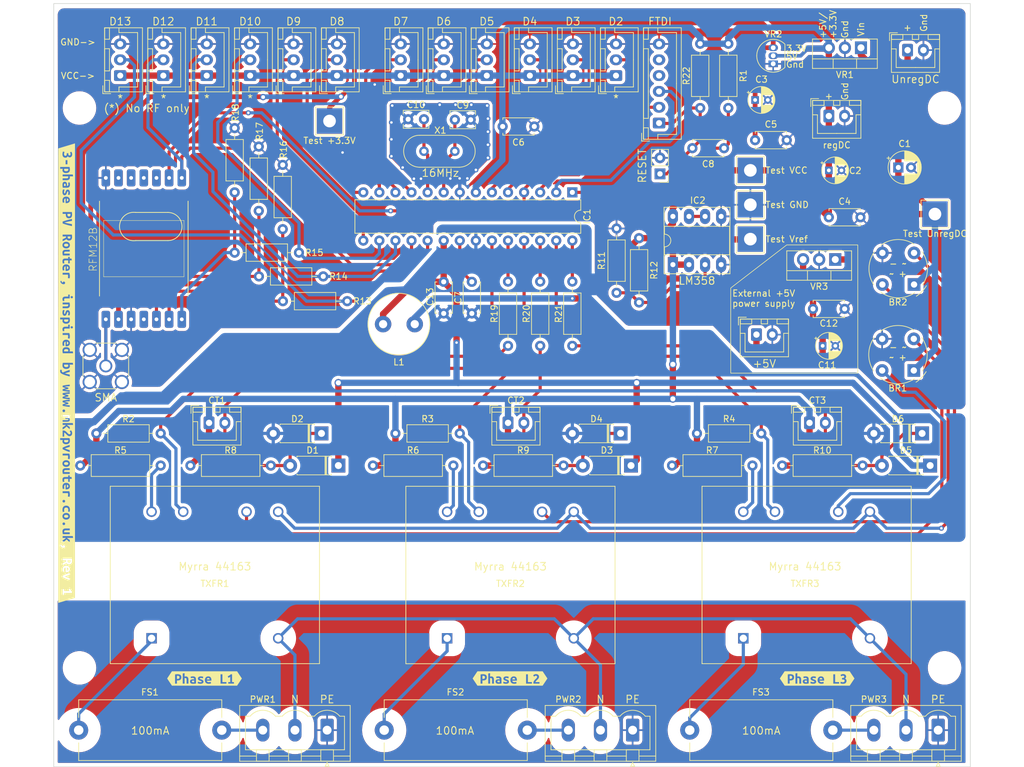
<source format=kicad_pcb>
(kicad_pcb (version 20211014) (generator pcbnew)
  (title_block (title "3 phase PV diverter - Main Board PCB") (date "2022-04-08") (rev "1") (company "Inspired by www.mk2pvrouter.co.uk"))
  (layers (0 "F.Cu" signal) (31 "B.Cu" signal) (34 "B.Paste" user) (35 "F.Paste" user) (36 "B.SilkS" user "B.Silkscreen") (37 "F.SilkS" user "F.Silkscreen") (38 "B.Mask" user) (39 "F.Mask" user) (44 "Edge.Cuts" user))
  (net 0 "")
  (net 1 "UnregDC+")
  (net 2 "Net-(BR1-Pad2)")
  (net 3 "Net-(BR1-Pad4)")
  (net 4 "Net-(BR2-Pad2)")
  (net 5 "Net-(BR2-Pad4)")
  (net 6 "VCC")
  (net 7 "GND")
  (net 8 "Net-(C7-Pad2)")
  (net 9 "Net-(C8-Pad2)")
  (net 10 "Net-(C9-Pad2)")
  (net 11 "Net-(C10-Pad2)")
  (net 12 "Net-(CN9-Pad1)")
  (net 13 "VREF")
  (net 14 "Net-(CT1-Pad2)")
  (net 15 "Net-(CT2-Pad2)")
  (net 16 "Net-(CT3-Pad2)")
  (net 17 "Net-(FS1-Pad1)")
  (net 18 "Net-(FS1-Pad2)")
  (net 19 "Net-(FS2-Pad1)")
  (net 20 "Net-(FS2-Pad2)")
  (net 21 "Net-(FS3-Pad1)")
  (net 22 "Net-(FS3-Pad2)")
  (net 23 "RX")
  (net 24 "TX")
  (net 25 "/D2")
  (net 26 "/D3")
  (net 27 "/D4")
  (net 28 "/D5")
  (net 29 "/D6")
  (net 30 "/D7")
  (net 31 "/D8")
  (net 32 "/D9")
  (net 33 "/D10")
  (net 34 "/D11")
  (net 35 "/D12")
  (net 36 "/D13")
  (net 37 "A0")
  (net 38 "A1")
  (net 39 "A2")
  (net 40 "A3")
  (net 41 "A4")
  (net 42 "A5")
  (net 43 "Net-(IC2-Pad3)")
  (net 45 "Earth")
  (net 46 "Net-(R5-Pad1)")
  (net 47 "Net-(R6-Pad1)")
  (net 48 "Net-(R7-Pad1)")
  (net 49 "Net-(R13-Pad2)")
  (net 50 "Net-(R14-Pad2)")
  (net 51 "Net-(R15-Pad2)")
  (net 58 "Net-(IC2-Pad6)")
  (net 59 "RESET")
  (net 60 "+5V")
  (net 61 "NEUT")
  (net 62 "+3.3V")
  (net 63 "AVCC")
  (footprint "Fuse:Fuseholder_Cylinder-5x20mm_Stelvio-Kontek_PTF78_Horizontal_Open" (layer "F.Cu") (at 115.7 130.0875)
    (fp_text reference "FS3")
    (fp_text value "100mA")
  )
  (footprint "Connector_JST:JST_XH_B6B-XH-A_1x06_P2.50mm_Vertical" (layer "F.Cu") (at 110.854 34.13 90)
    (fp_text reference "J0" hide)
    (fp_text value "FTDI")
  )
  (footprint "Capacitor_THT:C_Disc_D4.7mm_W2.5mm_P5.00mm" (layer "F.Cu") (at 76.835 59.222 -90)
    (fp_text reference "C13")
    (fp_text value "100nF")
  )
  (footprint "TestPoint:TestPoint_THTPad_4.0x4.0mm_Drill2.0mm" (layer "F.Cu") (at 125.2728 47.0408)
    (fp_text reference "TP3" hide)
    (fp_text value "Test GND")
  )
  (footprint "Capacitor_THT:CP_Radial_D4.0mm_P2.00mm" (layer "F.Cu") (at 137.668 41.6052)
    (fp_text reference "C2")
    (fp_text value "10uF")
  )
  (footprint "Resistor_THT:R_Axial_DIN0207_L6.3mm_D2.5mm_P10.16mm_Horizontal" (layer "F.Cu") (at 92.075 69.342 90)
    (fp_text reference "R20")
    (fp_text value "1K")
  )
  (footprint "Connector_JST:JST_XH_B3B-XH-A_1x03_P2.50mm_Vertical" (layer "F.Cu") (at 90.445098 26.63 90)
    (fp_text reference "J4" hide)
    (fp_text value "D4")
  )
  (footprint "RF_Module:RFM12B" (layer "F.Cu") (at 29.464 53.975 -90)
    (fp_text reference "RF1" hide)
    (fp_text value "RFM12B")
  )
  (footprint "Package_DIP:DIP-28_W7.62mm" (layer "F.Cu") (at 97.155 45.085 -90)
    (fp_text reference "IC1")
    (fp_text value "ATmega328-P")
  )
  (footprint "Fuse:Fuseholder_Cylinder-5x20mm_Stelvio-Kontek_PTF78_Horizontal_Open" (layer "F.Cu") (at 19.18 130.0875)
    (fp_text reference "FS1")
    (fp_text value "100mA")
  )
  (footprint "Diode_THT:D_DO-41_SOD81_P7.62mm_Horizontal" (layer "F.Cu") (at 152.4 83.185 180)
    (fp_text reference "D6")
    (fp_text value "1N4007")
  )
  (footprint "MountingHole:MountingHole_4.3mm_M4_DIN965" (layer "F.Cu") (at 155.956 31.75)
    (fp_text reference "REF**" hide)
    (fp_text value "MountingHole_4.3mm_M4_DIN965")
  )
  (footprint "Resistor_THT:R_Axial_DIN0207_L6.3mm_D2.5mm_P10.16mm_Horizontal" (layer "F.Cu") (at 121.793 21.59 -90)
    (fp_text reference "R1")
    (fp_text value "47K")
  )
  (footprint "MountingHole:MountingHole_4.3mm_M4_DIN965" (layer "F.Cu") (at 19.304 120.2436)
    (fp_text reference "REF**" hide)
    (fp_text value "MountingHole_4.3mm_M4_DIN965")
  )
  (footprint "Fuse:Fuseholder_Cylinder-5x20mm_Stelvio-Kontek_PTF78_Horizontal_Open" (layer "F.Cu") (at 67.44 130.0875)
    (fp_text reference "FS2")
    (fp_text value "100mA")
  )
  (footprint "Resistor_THT:R_Axial_DIN0309_L9.0mm_D3.2mm_P12.70mm_Horizontal" (layer "F.Cu") (at 78.359 88.265 180)
    (fp_text reference "R6")
    (fp_text value "1K")
  )
  (footprint "Connector_JST:JST_XH_B3B-XH-A_1x03_P2.50mm_Vertical" (layer "F.Cu") (at 76.839166 26.63 90)
    (fp_text reference "J6" hide)
    (fp_text value "D6")
  )
  (footprint "TestPoint:TestPoint_THTPad_4.0x4.0mm_Drill2.0mm" (layer "F.Cu") (at 154.432 48.514)
    (fp_text reference "TP0" hide)
    (fp_text value "Test UnregDC")
  )
  (footprint "Capacitor_THT:C_Disc_D4.7mm_W2.5mm_P5.00mm" (layer "F.Cu") (at 135.168 63.5)
    (fp_text reference "C12")
    (fp_text value "100nF")
  )
  (footprint "kibuzzard-62501737" (layer "F.Cu") (at 39.0525 121.92)
    (fp_text reference "kibuzzard-62501737" hide)
    (fp_text value "G***" hide)
  )
  (footprint "Diode_THT:Diode_Bridge_Round_D9.0mm" (layer "F.Cu") (at 151.09 73.239 180)
    (fp_text reference "BR1")
    (fp_text value "B40R")
  )
  (footprint "Resistor_THT:R_Axial_DIN0207_L6.3mm_D2.5mm_P10.16mm_Horizontal" (layer "F.Cu") (at 86.995 69.342 90)
    (fp_text reference "R19")
    (fp_text value "1K")
  )
  (footprint "Package_TO_SOT_THT:TO-92_Inline" (layer "F.Cu") (at 128.884 24.765 90)
    (fp_text reference "VR2")
    (fp_text value "MCP1700-3302E_TO92")
  )
  (footprint "Resistor_THT:R_Axial_DIN0309_L9.0mm_D3.2mm_P12.70mm_Horizontal" (layer "F.Cu") (at 125.603 88.265 180)
    (fp_text reference "R7")
    (fp_text value "1K")
  )
  (footprint "Crystal:Crystal_HC49-U_Vertical" (layer "F.Cu") (at 78.5992 38.5826 180)
    (fp_text reference "X1")
    (fp_text value "16MHz")
  )
  (footprint "Resistor_THT:R_Axial_DIN0309_L9.0mm_D3.2mm_P12.70mm_Horizontal" (layer "F.Cu") (at 130.302 88.265)
    (fp_text reference "R10")
    (fp_text value "150")
  )
  (footprint "MountingHole:MountingHole_4.3mm_M4_DIN965" (layer "F.Cu") (at 155.956 120.2436)
    (fp_text reference "REF**" hide)
    (fp_text value "MountingHole_4.3mm_M4_DIN965")
  )
  (footprint "MountingHole:MountingHole_4.3mm_M4_DIN965" (layer "F.Cu") (at 19.304 31.75)
    (fp_text reference "REF**" hide)
    (fp_text value "MountingHole_4.3mm_M4_DIN965")
  )
  (footprint "Connector_JST:JST_XH_B2B-XH-A_1x02_P2.50mm_Vertical" (layer "F.Cu") (at 86.995 81.517)
    (fp_text reference "CT2")
    (fp_text value "Conn_01x02")
  )
  (footprint "Resistor_THT:R_Axial_DIN0207_L6.3mm_D2.5mm_P10.16mm_Horizontal" (layer "F.Cu") (at 127 83.185 180)
    (fp_text reference "R4")
    (fp_text value "180")
  )
  (footprint "Transformer_THT:Transformer_Myrra_44163" (layer "F.Cu") (at 124.162925 115.5624 90)
    (fp_text reference "TXFR3")
    (fp_text value "Myrra 44163")
  )
  (footprint "Connector_JST:JST_XH_B3B-XH-A_1x03_P2.50mm_Vertical" (layer "F.Cu") (at 39.4038 26.63 90)
    (fp_text reference "J11" hide)
    (fp_text value "D11")
  )
  (footprint "Resistor_THT:R_Axial_DIN0309_L9.0mm_D3.2mm_P12.70mm_Horizontal" (layer "F.Cu") (at 32.131 88.265 180)
    (fp_text reference "R5")
    (fp_text value "1K")
  )
  (footprint "Package_TO_SOT_THT:TO-220-3_Vertical" (layer "F.Cu") (at 142.748 22.225 180)
    (fp_text reference "VR1")
    (fp_text value "L7805")
  )
  (footprint "Capacitor_THT:C_Disc_D4.7mm_W2.5mm_P5.00mm" (layer "F.Cu") (at 91.146 34.671 180)
    (fp_text reference "C6")
    (fp_text value "100nF")
  )
  (footprint "Transformer_THT:Transformer_Myrra_44163" (layer "F.Cu") (at 77.376125 115.57 90)
    (fp_text reference "TXFR2")
    (fp_text value "Myrra 44163")
  )
  (footprint "Connector_JST:JST_XH_B3B-XH-A_1x03_P2.50mm_Vertical" (layer "F.Cu") (at 70.0362 26.63 90)
    (fp_text reference "J7" hide)
    (fp_text value "D7")
  )
  (footprint "Diode_THT:D_DO-41_SOD81_P7.62mm_Horizontal" (layer "F.Cu") (at 57.531 83.185 180)
    (fp_text reference "D2")
    (fp_text value "1N4007")
  )
  (footprint "Connector_JST:JST_XH_B3B-XH-A_1x03_P2.50mm_Vertical" (layer "F.Cu") (at 46.2618 26.63 90)
    (fp_text reference "J10" hide)
    (fp_text value "D10")
  )
  (footprint "TestPoint:TestPoint_THTPad_4.0x4.0mm_Drill2.0mm" (layer "F.Cu") (at 58.801 33.8074)
    (fp_text reference "TP4" hide)
    (fp_text value "Test +3.3V")
  )
  (footprint "Connector_Phoenix_MSTB:PhoenixContact_MSTBVA_2,5_3-G-5,08_1x03_P5.08mm_Vertical" (layer "F.Cu") (at 58.42 130.0875 180)
    (fp_text reference "PWR1")
    (fp_text value "Conn_01x03_Phase")
  )
  (footprint "kibuzzard-625018BF" (layer "F.Cu") (at 135.8265 121.92)
    (fp_text reference "kibuzzard-625018BF" hide)
    (fp_text value "G***" hide)
  )
  (footprint "Connector_JST:JST_XH_B3B-XH-A_1x03_P2.50mm_Vertical" (layer "F.Cu") (at 25.7386 26.63 90)
    (fp_text reference "J13" hide)
    (fp_text value "D13")
  )
  (footprint "Resistor_THT:R_Axial_DIN0207_L6.3mm_D2.5mm_P10.16mm_Horizontal" (layer "F.Cu") (at 47.625 37.846 -90)
    (fp_text reference "R17")
    (fp_text value "10K")
  )
  (footprint "Diode_THT:D_DO-41_SOD81_P7.62mm_Horizontal" (layer "F.Cu") (at 104.775 83.185 180)
    (fp_text reference "D4")
    (fp_text value "1N4007")
  )
  (footprint "Capacitor_THT:C_Disc_D4.7mm_W2.5mm_P5.00mm" (layer "F.Cu") (at 81.28 64.222 90)
    (fp_text reference "C7")
    (fp_text value "100nF")
  )
  (footprint "Resistor_THT:R_Axial_DIN0309_L9.0mm_D3.2mm_P12.70mm_Horizontal" (layer "F.Cu") (at 36.83 88.265)
    (fp_text reference "R8")
    (fp_text value "150")
  )
  (footprint "Connector_JST:JST_XH_B3B-XH-A_1x03_P2.50mm_Vertical" (layer "F.Cu") (at 53.1198 26.63 90)
    (fp_text reference "J9" hide)
    (fp_text value "D9")
  )
  (footprint "kibuzzard-625015BB" (layer "F.Cu") (at 17.272 73.66 -90)
    (fp_text reference "kibuzzard-625015BB" hide)
    (fp_text value "G***" hide)
  )
  (footprint "Connector_JST:JST_XH_B2B-XH-A_1x02_P2.50mm_Vertical" (layer "F.Cu") (at 126.238 67.564)
    (fp_text reference "J14" hide)
    (fp_text value "+5V")
  )
  (footprint "Capacitor_THT:CP_Radial_D4.0mm_P2.00mm" (layer "F.Cu") (at 136.695401 69.342)
    (fp_text reference "C11")
    (fp_text value "10uF")
  )
  (footprint "kibuzzard-625018AA" (layer "F.Cu") (at 87.3125 121.92)
    (fp_text reference "kibuzzard-625018AA" hide)
    (fp_text value "G***" hide)
  )
  (footprint "Connector_PinHeader_2.54mm:PinHeader_1x02_P2.54mm_Vertical_D0.85mm" (layer "F.Cu") (at 110.998 42.164 180)
    (fp_text reference "J1" hide)
    (fp_text value "RESET")
  )
  (footprint "Resistor_THT:R_Axial_DIN0207_L6.3mm_D2.5mm_P10.16mm_Horizontal" (layer "F.Cu") (at 43.815 34.925 -90)
    (fp_text reference "R18")
    (fp_text value "10K")
  )
  (footprint "Resistor_THT:R_Axial_DIN0207_L6.3mm_D2.5mm_P10.16mm_Horizontal" (layer "F.Cu") (at 51.4096 40.7416 -90)
    (fp_text reference "R16")
    (fp_text value "10K")
  )
  (footprint "Package_TO_SOT_THT:TO-220-3_Vertical" (layer "F.Cu") (at 138.684 55.697 180)
    (fp_text reference "VR3")
    (fp_text value "L7805")
  )
  (footprint "Connector_Phoenix_MSTB:PhoenixContact_MSTBVA_2,5_3-G-5,08_1x03_P5.08mm_Vertical" (layer "F.Cu") (at 106.68 130.0875 180)
    (fp_text reference "PWR2")
    (fp_text value "Conn_01x03_Phase")
  )
  (footprint "Capacitor_THT:C_Disc_D3.8mm_W2.6mm_P2.50mm" (layer "F.Cu") (at 71.2192 33.528)
    (fp_text reference "C10")
    (fp_text value "22pF")
  )
  (footprint "TestPoint:TestPoint_THTPad_4.0x4.0mm_Drill2.0mm" (layer "F.Cu") (at 125.2728 52.4764)
    (fp_text reference "TP1" hide)
    (fp_text value "Test Vref")
  )
  (footprint "Connector_Phoenix_MSTB:PhoenixContact_MSTBVA_2,5_3-G-5,08_1x03_P5.08mm_Vertical" (layer "F.Cu") (at 154.94 130.0875 180)
    (fp_text reference "PWR3")
    (fp_text value "Conn_01x03_Phase")
  )
  (footprint "TestPoint:TestPoint_THTPad_4.0x4.0mm_Drill2.0mm" (layer "F.Cu") (at 125.2728 41.6052)
    (fp_text reference "TP2" hide)
    (fp_text value "Test VCC")
  )
  (footprint "Resistor_THT:R_Axial_DIN0309_L9.0mm_D3.2mm_P12.70mm_Horizontal" (layer "F.Cu") (at 83.058 88.265)
    (fp_text reference "R9")
    (fp_text value "150")
  )
  (footprint "Connector_JST:JST_XH_B3B-XH-A_1x03_P2.50mm_Vertical" (layer "F.Cu") (at 104.05103 26.63 90)
    (fp_text reference "J2" hide)
    (fp_text value "D2")
  )
  (footprint "Resistor_THT:R_Axial_DIN0207_L6.3mm_D2.5mm_P10.16mm_Horizontal" (layer "F.Cu") (at 117.348 21.59 -90)
    (fp_text reference "R22")
    (fp_text value "1M")
  )
  (footprint "Diode_THT:D_DO-41_SOD81_P7.62mm_Horizontal" (layer "F.Cu") (at 153.67 88.265 180)
    (fp_text reference "D5")
    (fp_text value "1N4007")
  )
  (footprint "Connector_JST:JST_XH_B2B-XH-A_1x02_P2.50mm_Vertical" (layer "F.Cu") (at 137.668 33.02)
    (fp_text reference "J30" hide)
    (fp_text value "regDC")
  )
  (footprint "Diode_THT:D_DO-41_SOD81_P7.62mm_Horizontal" (layer "F.Cu") (at 60.198 88.265 180)
    (fp_text reference "D1")
    (fp_text value "1N4007")
  )
  (footprint "Package_DIP:DIP-8_W7.62mm_Socket_LongPads" (layer "F.Cu") (at 113.04 56.505 90)
    (fp_text reference "IC2")
    (fp_text value "LM358")
  )
  (footprint "Capacitor_THT:C_Disc_D4.7mm_W2.5mm_P5.00mm" (layer "F.Cu") (at 137.668 49.022)
    (fp_text reference "C4")
    (fp_text value "100nF")
  )
  (footprint "Connector_JST:JST_XH_B2B-XH-A_1x02_P2.50mm_Vertical" (layer "F.Cu") (at 150.109 22.606)
    (fp_text reference "J20" hide)
    (fp_text value "UnregDC")
  )
  (footprint "Connector_JST:JST_XH_B3B-XH-A_1x03_P2.50mm_Vertical" (layer "F.Cu") (at 97.248064 26.63 90)
    (fp_text reference "J3" hide)
    (fp_text value "D3")
  )
  (footprint "Connector_JST:JST_XH_B2B-XH-A_1x02_P2.50mm_Vertical" (layer "F.Cu") (at 134.62 81.517)
    (fp_text reference "CT3")
    (fp_text value "Conn_01x02")
  )
  (footprint "Resistor_THT:R_Axial_DIN0207_L6.3mm_D2.5mm_P10.16mm_Horizontal" (layer "F.Cu") (at 57.8104 58.3692 180)
    (fp_text reference "R14")
    (fp_text value "4,7K")
  )
  (footprint "Resistor_THT:R_Axial_DIN0207_L6.3mm_D2.5mm_P10.16mm_Horizontal" (layer "F.Cu") (at 32.131 83.185 180)
    (fp_text reference "R2")
    (fp_text value "180")
  )
  (footprint "Capacitor_THT:CP_Radial_D5.0mm_P2.00mm" (layer "F.Cu") (at 148.650888 41.148)
    (fp_text reference "C1")
    (fp_text value "100uF")
  )
  (footprint "Transformer_THT:Transformer_Myrra_44163" (layer "F.Cu") (at 30.690925 115.5624 90)
    (fp_text reference "TXFR1")
    (fp_text value "Myrra 44163")
  )
  (footprint "Resistor_THT:R_Axial_DIN0207_L6.3mm_D2.5mm_P10.16mm_Horizontal" (layer "F.Cu") (at 104.14 60.96 90)
    (fp_text reference "R11")
    (fp_text value "10K")
  )
  (footprint "Connector_JST:JST_XH_B3B-XH-A_1x03_P2.50mm_Vertical" (layer "F.Cu") (at 83.642132 26.63 90)
    (fp_text reference "J5" hide)
    (fp_text value "D5")
  )
  (footprint "Connector_JST:JST_XH_B3B-XH-A_1x03_P2.50mm_Vertical" (layer "F.Cu") (at 32.5458 26.63 90)
    (fp_text reference "J12" hide)
    (fp_text value "D12")
  )
  (footprint "Capacitor_THT:C_Disc_D4.7mm_W2.5mm_P5.00mm" (layer "F.Cu") (at 126.024 36.83)
    (fp_text reference "C5")
    (fp_text value "100nF")
  )
  (footprint "Capacitor_THT:CP_Radial_D4.0mm_P2.00mm" (layer "F.Cu") (at 126.027401 30.48)
    (fp_text reference "C3")
    (fp_text value "10uF")
  )
  (footprint "Inductor_THT:L_Radial_D9.5mm_P5.00mm_Fastron_07HVP" (layer "F.Cu") (at 72.263 65.913 180)
    (fp_text reference "L1")
    (fp_text value "10uH")
  )
  (footprint "Resistor_THT:R_Axial_DIN0207_L6.3mm_D2.5mm_P10.16mm_Horizontal" (layer "F.Cu") (at 107.696 52.324 -90)
    (fp_text reference "R12")
    (fp_text value "10K")
  )
  (footprint "Connector_JST:JST_XH_B3B-XH-A_1x03_P2.50mm_Vertical" (layer "F.Cu") (at 59.9778 26.63 90)
    (fp_text reference "J8" hide)
    (fp_text value "D8")
  )
  (footprint "Resistor_THT:R_Axial_DIN0207_L6.3mm_D2.5mm_P10.16mm_Horizontal" (layer "F.Cu") (at 61.595 62.2808 180)
    (fp_text reference "R13")
    (fp_text value "4,7K")
  )
  (footprint "Capacitor_THT:C_Disc_D3.8mm_W2.6mm_P2.50mm" (layer "F.Cu") (at 81.0992 33.6042 180)
    (fp_text reference "C9")
    (fp_text value "22pF")
  )
  (footprint "Connector_JST:JST_XH_B2B-XH-A_1x02_P2.50mm_Vertical" (layer "F.Cu") (at 39.771 81.517)
    (fp_text reference "CT1")
    (fp_text value "Conn_01x02")
  )
  (footprint "Capacitor_THT:C_Disc_D4.7mm_W2.5mm_P5.00mm" (layer "F.Cu") (at 121.118 38.1 180)
    (fp_text reference "C8")
    (fp_text value "100nF")
  )
  (footprint "Diode_THT:Diode_Bridge_Round_D9.0mm" (layer "F.Cu") (at 151.13 59.65 180)
    (fp_text reference "BR2")
    (fp_text value "B40R")
  )
  (footprint "Connector_Coaxial:SMA_Amphenol_132291-12_Vertical" (layer "F.Cu") (at 23.46452 72.517)
    (fp_text reference "CN9" hide)
    (fp_text value "SMA")
  )
  (footprint "Resistor_THT:R_Axial_DIN0207_L6.3mm_D2.5mm_P10.16mm_Horizontal" (layer "F.Cu") (at 79.375 83.185 180)
    (fp_text reference "R3")
    (fp_text value "180")
  )
  (footprint "Resistor_THT:R_Axial_DIN0207_L6.3mm_D2.5mm_P10.16mm_Horizontal" (layer "F.Cu") (at 53.975 54.61 180)
    (fp_text reference "R15")
    (fp_text value "4,7K")
  )
  (footprint "Diode_THT:D_DO-41_SOD81_P7.62mm_Horizontal" (layer "F.Cu") (at 106.426 88.265 180)
    (fp_text reference "D3")
    (fp_text value "1N4007")
  )
  (footprint "Resistor_THT:R_Axial_DIN0207_L6.3mm_D2.5mm_P10.16mm_Horizontal" (layer "F.Cu") (at 97.155 69.342 90)
    (fp_text reference "R21")
    (fp_text value "1K")
  )
  (gr_poly (pts (xy 142.24 73.66) (xy 122.174 73.66) (xy 122.174 60.198) (xy 131.0132 53.3908) (xy 142.24 53.3908)) (layer "F.SilkS") (width 0.1) (fill none))
  (gr_rect (start 15.24 15.24) (end 160.02 135.89) (layer "Edge.Cuts") (width 0.1) (fill none))
  (gr_text "VCC->" (at 19.05 26.655) (layer "F.SilkS") (effects (font (size 1 1))))
  (gr_text "Gnd" (at 140.208 29.1084 90) (layer "F.SilkS") (effects (font (size 1 1))))
  (gr_text "Gnd" (at 132.334 24.869757) (layer "F.SilkS") (effects (font (size 1 1))))
  (gr_text "*" (at 32.579666 30.2768) (layer "F.SilkS") (effects (font (size 1.2 1.2))))
  (gr_text "3.3V" (at 132.548285 22.352) (layer "F.SilkS") (effects (font (size 1 1))))
  (gr_text "(*) No RF only" (at 29.9212 31.8008) (layer "F.SilkS") (effects (font (size 1.2 1.2))))
  (gr_text "Gnd" (at 152.6794 18.288 90) (layer "F.SilkS") (effects (font (size 1 1))))
  (gr_text "Gnd" (at 140.208 19.304 90) (layer "F.SilkS") (effects (font (size 1 1))))
  (gr_text "+" (at 137.668 29.8704) (layer "F.SilkS") (effects (font (size 1 1))))
  (gr_text "*" (at 39.420732 30.2768) (layer "F.SilkS") (effects (font (size 1.2 1.2))))
  (gr_text "GND->" (at 19.05 21.336) (layer "F.SilkS") (effects (font (size 1 1))))
  (gr_text "- ~\n~ +" (at 148.59 57.15) (layer "F.SilkS") (effects (font (size 1 1))))
  (gr_text "- ~\n~ +" (at 148.59 70.358) (layer "F.SilkS") (effects (font (size 1 1))))
  (gr_text "*" (at 104.05103 30.2768) (layer "F.SilkS") (effects (font (size 1.2 1.2))))
  (gr_text "+5V/\n+3.3V" (at 137.541 20.828 90) (layer "F.SilkS") (effects (font (size 1 1)) (justify left)))
  (gr_text "*" (at 46.2618 30.2768) (layer "F.SilkS") (effects (font (size 1.2 1.2))))
  (gr_text "Vin" (at 142.748 19.304 90) (layer "F.SilkS") (effects (font (size 1 1))))
  (gr_text "+" (at 150.0886 19.05) (layer "F.SilkS") (effects (font (size 1 1))))
  (gr_text "5V" (at 131.834 23.622) (layer "F.SilkS") (effects (font (size 1 1))))
  (gr_text "*" (at 25.7386 30.2768) (layer "F.SilkS") (effects (font (size 1.2 1.2))))
  (gr_text "External +5V\npower supply" (at 127.381 61.849) (layer "F.SilkS") (effects (font (size 1 1))))
  (segment (start 150.109 22.606) (end 150.109 27.812776) (width 1) (layer "F.Cu") (net 1))
  (segment (start 148.650888 29.270888) (end 148.650888 41.148) (width 1) (layer "F.Cu") (net 1))
  (segment (start 140.645 55.697) (end 138.684 55.697) (width 1) (layer "F.Cu") (net 1))
  (segment (start 148.650888 41.148) (end 148.650888 42.732888) (width 1) (layer "F.Cu") (net 1))
  (segment (start 147.828 48.514) (end 140.645 55.697) (width 1) (layer "F.Cu") (net 1))
  (segment (start 150.109 27.812776) (end 148.650888 29.270888) (width 1) (layer "F.Cu") (net 1))
  (segment (start 142.748 23.368) (end 148.650888 29.270888) (width 1) (layer "F.Cu") (net 1))
  (segment (start 148.650888 42.732888) (end 154.432 48.514) (width 1) (layer "F.Cu") (net 1))
  (segment (start 142.748 22.225) (end 142.748 23.368) (width 1) (layer "F.Cu") (net 1))
  (segment (start 154.432 48.514) (end 147.828 48.514) (width 1) (layer "F.Cu") (net 1))
  (segment (start 151.424 59.65) (end 154.432 56.642) (width 1) (layer "B.Cu") (net 1))
  (segment (start 154.432 48.514) (end 154.432 56.642) (width 1) (layer "B.Cu") (net 1))
  (segment (start 154.432 56.642) (end 154.432 69.8935) (width 1) (layer "B.Cu") (net 1))
  (segment (start 154.432 69.8935) (end 151.09 73.2355) (width 1) (layer "B.Cu") (net 1))
  (segment (start 152.291827 97.14501) (end 155.519511 93.917326) (width 0.5) (layer "F.Cu") (net 2))
  (segment (start 92.376126 95.569999) (end 93.951137 97.14501) (width 0.5) (layer "F.Cu") (net 2))
  (segment (start 93.951137 97.14501) (end 152.291827 97.14501) (width 0.5) (layer "F.Cu") (net 2))
  (segment (start 155.519511 93.917326) (end 155.519511 72.715511) (width 0.5) (layer "F.Cu") (net 2))
  (segment (start 155.519511 72.715511) (end 151.09 68.286) (width 0.5) (layer "F.Cu") (net 2))
  (segment (start 141.0716 92.71) (end 139.162926 94.618674) (width 0.5) (layer "B.Cu") (net 3))
  (segment (start 149.44 76.669) (end 151.345 76.669) (width 0.5) (layer "B.Cu") (net 3))
  (segment (start 139.162926 94.618674) (end 139.162926 95.562399) (width 0.5) (layer "B.Cu") (net 3))
  (segment (start 155.956 81.28) (end 155.956 90.178022) (width 0.5) (layer "B.Cu") (net 3))
  (segment (start 151.345 76.669) (end 155.956 81.28) (width 0.5) (layer "B.Cu") (net 3))
  (segment (start 149.44 76.589) (end 146.09 73.239) (width 0.5) (layer "B.Cu") (net 3))
  (segment (start 153.424022 92.71) (end 141.0716 92.71) (width 0.5) (layer "B.Cu") (net 3))
  (segment (start 149.44 76.669) (end 149.44 76.589) (width 0.5) (layer "B.Cu") (net 3))
  (segment (start 155.956 90.178022) (end 153.424022 92.71) (width 0.5) (layer "B.Cu") (net 3))
  (segment (start 157.518533 61.038533) (end 151.13 54.65) (width 0.5) (layer "F.Cu") (net 4))
  (segment (start 155.448 98.171) (end 157.518533 96.100467) (width 0.5) (layer "F.Cu") (net 4))
  (segment (start 157.518533 96.100467) (end 157.518533 61.038533) (width 0.5) (layer "F.Cu") (net 4))
  (via (at 155.448 98.171) (size 0.8) (drill 0.4) (layers "F.Cu" "B.Cu") (net 4))
  (segment (start 53.299527 98.171) (end 94.775125 98.171) (width 0.5) (layer "B.Cu") (net 4))
  (segment (start 155.448 98.171) (end 146.771527 98.171) (width 0.5) (layer "B.Cu") (net 4))
  (segment (start 97.376126 95.569999) (end 99.977127 98.171) (width 0.5) (layer "B.Cu") (net 4))
  (segment (start 146.771527 98.171) (end 144.162926 95.562399) (width 0.5) (layer "B.Cu") (net 4))
  (segment (start 99.977127 98.171) (end 141.554325 98.171) (width 0.5) (layer "B.Cu") (net 4))
  (segment (start 94.775125 98.171) (end 97.376126 95.569999) (width 0.5) (layer "B.Cu") (net 4))
  (segment (start 50.698526 95.569999) (end 53.299527 98.171) (width 0.5) (layer "B.Cu") (net 4))
  (segment (start 141.554325 98.171) (end 144.162926 95.562399) (width 0.5) (layer "B.Cu") (net 4))
  (segment (start 45.690926 97.144799) (end 47.606127 99.06) (width 0.5) (layer "F.Cu") (net 5))
  (segment (start 47.606127 99.06) (end 151.790359 99.06) (width 0.5) (layer "F.Cu") (net 5))
  (segment (start 156.519022 70.039022) (end 146.13 59.65) (width 0.5) (layer "F.Cu") (net 5))
  (segment (start 45.690926 95.562399) (end 45.690926 97.144799) (width 0.5) (layer "F.Cu") (net 5))
  (segment (start 151.790359 99.06) (end 156.519022 94.331337) (width 0.5) (layer "F.Cu") (net 5))
  (segment (start 156.519022 94.331337) (end 156.519022 70.039022) (width 0.5) (layer "F.Cu") (net 5))
  (segment (start 130.2512 41.6052) (end 137.668 49.022) (width 1) (layer "F.Cu") (net 6))
  (segment (start 118.9198 41.6052) (end 113.04 47.485) (width 1) (layer "F.Cu") (net 6))
  (segment (start 137.668 22.352) (end 137.668 33.02) (width 1) (layer "F.Cu") (net 6))
  (segment (start 134.366 22.352) (end 133.223 23.495) (width 0.55) (layer "F.Cu") (net 6))
  (segment (start 25.7386 26.63) (end 32.5458 26.63) (width 1) (layer "F.Cu") (net 6))
  (segment (start 113.04 50.028) (end 113.04 48.885) (width 1) (layer "F.Cu") (net 6))
  (segment (start 137.668 22.352) (end 134.366 22.352) (width 1) (layer "F.Cu") (net 6))
  (segment (start 137.668 49.022) (end 137.668 41.6052) (width 1) (layer "F.Cu") (net 6))
  (segment (start 97.155 61.849) (end 98.171 61.849) (width 1) (layer "F.Cu") (net 6))
  (segment (start 32.5458 26.63) (end 39.4038 26.63) (width 1) (layer "F.Cu") (net 6))
  (segment (start 39.4038 26.63) (end 46.2618 26.63) (width 1) (layer "F.Cu") (net 6))
  (segment (start 137.668 33.02) (end 137.668 41.6052) (width 1) (layer "F.Cu") (net 6))
  (segment (start 113.04 47.485) (end 113.04 48.885) (width 1) (layer "F.Cu") (net 6))
  (segment (start 125.2728 41.6052) (end 130.2512 41.6052) (width 1) (layer "F.Cu") (net 6))
  (segment (start 110.744 52.324) (end 113.04 50.028) (width 1) (layer "F.Cu") (net 6))
  (segment (start 133.223 23.495) (end 128.884 23.495) (width 0.55) (layer "F.Cu") (net 6))
  (segment (start 125.2728 41.6052) (end 118.9198 41.6052) (width 1) (layer "F.Cu") (net 6))
  (segment (start 98.171 61.849) (end 107.696 52.324) (width 1) (layer "F.Cu") (net 6))
  (segment (start 107.696 52.324) (end 110.744 52.324) (width 1) (layer "F.Cu") (net 6))
  (via (at 97.155 61.849) (size 0.8) (drill 0.4) (layers "F.Cu" "B.Cu") (net 6))
  (segment (start 117.348 20.574) (end 117.348 21.59) (width 1) (layer "B.Cu") (net 6))
  (segment (start 135.636 19.05) (end 137.668 21.082) (width 1) (layer "B.Cu") (net 6))
  (segment (start 86.106 19.939) (end 86.995 19.05) (width 1) (layer "B.Cu") (net 6))
  (segment (start 70.0362 26.63) (end 76.839166 26.63) (width 1) (layer "B.Cu") (net 6))
  (segment (start 137.668 22.352) (end 134.366 22.352) (width 1) (layer "B.Cu") (net 6))
  (segment (start 76.839166 26.63) (end 83.642132 26.63) (width 1) (layer "B.Cu") (net 6))
  (segment (start 53.1198 26.63) (end 59.9778 26.63) (width 1) (layer "B.Cu") (net 6))
  (segment (start 72.263 64.897) (end 75.311 61.849) (width 1) (layer "B.Cu") (net 6))
  (segment (start 133.223 23.495) (end 128.884 23.495) (width 0.55) (layer "B.Cu") (net 6))
  (segment (start 81.915 44.1452) (end 86.106 39.9542) (width 1) (layer "B.Cu") (net 6))
  (segment (start 81.915 45.085) (end 81.915 44.1452) (width 1) (layer "B.Cu") (net 6))
  (segment (start 121.793 21.59) (end 121.793 20.701) (width 1) (layer "B.Cu") (net 6))
  (segment (start 137.668 21.082) (end 137.668 22.352) (width 1) (layer "B.Cu") (net 6))
  (segment (start 134.366 22.352) (end 133.223 23.495) (width 0.55) (layer "B.Cu") (net 6))
  (segment (start 72.263 65.913) (end 72.263 64.897) (width 1) (layer "B.Cu") (net 6))
  (segment (start 46.2618 26.63) (end 53.1198 26.63) (width 1) (layer "B.Cu") (net 6))
  (segment (start 90.445098 26.63) (end 97.248064 26.63) (width 1) (layer "B.Cu") (net 6))
  (segment (start 86.106 39.9542) (end 86.106 19.939) (width 1) (layer "B.Cu") (net 6))
  (segment (start 75.311 61.849) (end 97.155 61.849) (width 1) (layer "B.Cu") (net 6))
  (segment (start 115.824 19.05) (end 117.348 20.574) (width 1) (layer "B.Cu") (net 6))
  (segment (start 123.444 19.05) (end 135.636 19.05) (width 1) (layer "B.Cu") (net 6))
  (segment (start 59.9778 26.63) (end 70.0362 26.63) (width 1) (layer "B.Cu") (net 6))
  (segment (start 83.642132 26.63) (end 90.445098 26.63) (width 1) (layer "B.Cu") (net 6))
  (segment (start 86.995 19.05) (end 115.824 19.05) (width 1) (layer "B.Cu") (net 6))
  (segment (start 104.05103 26.63) (end 97.248064 26.63) (width 1) (layer "B.Cu") (net 6))
  (segment (start 121.793 20.701) (end 123.444 19.05) (width 1) (layer "B.Cu") (net 6))
  (segment (start 117.348 21.59) (end 121.793 21.59) (width 1) (layer "B.Cu") (net 6))
  (segment (start 73.66 31.242) (end 76.2 31.242) (width 0.5) (layer "F.Cu") (net 7))
  (segment (start 82.931 40.513) (end 81.915 41.529) (width 0.5) (layer "F.Cu") (net 7))
  (segment (start 78.74 31.242) (end 81.026 31.242) (width 0.5) (layer "F.Cu") (net 7))
  (segment (start 68.58 34.29) (end 68.58 31.496) (width 0.5) (layer "F.Cu") (net 7))
  (segment (start 72.136 42.926) (end 71.247 42.037) (width 0.5) (layer "F.Cu") (net 7))
  (segment (start 81.026 31.242) (end 83.566 31.242) (width 0.5) (layer "F.Cu") (net 7))
  (segment (start 68.707 31.369) (end 68.834 31.242) (width 0.5) (layer "F.Cu") (net 7))
  (segment (start 80.5688 42.8752) (end 81.915 41.529) (width 0.5) (layer "F.Cu") (net 7))
  (segment (start 68.834 31.242) (end 71.12 31.242) (width 0.5) (layer "F.Cu") (net 7))
  (segment (start 71.247 42.037) (end 70.358 41.148) (width 0.5) (layer "F.Cu") (net 7))
  (segment (start 72.136 42.926) (end 73.2201 42.926) (width 0.5) (layer "F.Cu") (net 7))
  (segment (start 83.82 31.496) (end 83.693 31.369) (width 0.5) (layer "F.Cu") (net 7))
  (segment (start 71.12 31.242) (end 73.66 31.242) (width 0.5) (layer "F.Cu") (net 7))
  (segment (start 68.58 31.496) (end 68.707 31.369) (width 0.5) (layer "F.Cu") (net 7))
  (segment (start 68.58 34.544) (end 68.58 34.29) (width 0.5) (layer "F.Cu") (net 7))
  (segment (start 83.566 31.242) (end 83.693 31.369) (width 0.5) (layer "F.Cu") (net 7))
  (segment (start 68.58 36.83) (end 68.58 34.544) (width 0.5) (layer "F.Cu") (net 7))
  (segment (start 68.58 39.37) (end 68.58 36.83) (width 0.5) (layer "F.Cu") (net 7))
  (segment (start 83.82 31.496) (end 83.82 33.274) (width 0.5) (layer "F.Cu") (net 7))
  (segment (start 69.469 40.259) (end 68.58 39.37) (width 0.5) (layer "F.Cu") (net 7))
  (segment (start 83.82 37.084) (end 83.82 39.624) (width 0.5) (layer "F.Cu") (net 7))
  (segment (start 79.375 42.8752) (end 79.375 45.085) (width 0.5) (layer "F.Cu") (net 7))
  (segment (start 76.2 31.242) (end 78.74 31.242) (width 0.5) (layer "F.Cu") (net 7))
  (segment (start 79.3496 42.8752) (end 79.375 42.8752) (width 0.5) (layer "F.Cu") (net 7))
  (segment (start 83.82 39.624) (end 82.931 40.513) (width 0.5) (layer "F.Cu") (net 7))
  (segment (start 77.9099 42.8752) (end 79.3496 42.8752) (width 0.5) (layer "F.Cu") (net 7))
  (segment (start 73.2201 42.926) (end 73.2455 42.9514) (width 0.5) (layer "F.Cu") (net 7))
  (segment (start 83.82 33.274) (end 83.82 35.814) (width 0.5) (layer "F.Cu") (net 7))
  (segment (start 79.375 42.8752) (end 80.5688 42.8752) (width 0.5) (layer "F.Cu") (net 7))
  (segment (start 83.82 35.814) (end 83.82 37.084) (width 0.5) (layer "F.Cu") (net 7))
  (segment (start 77.8845 42.9006) (end 77.9099 42.8752) (width 0.5) (layer "F.Cu") (net 7))
  (segment (start 70.358 41.148) (end 69.469 40.259) (width 0.5) (layer "F.Cu") (net 7))
  (via (at 83.693 31.369) (size 0.8) (drill 0.4) (layers "F.Cu" "B.Cu") (net 7))
  (via (at 72.136 42.926) (size 0.8) (drill 0.4) (layers "F.Cu" "B.Cu") (net 7))
  (via (at 73.702332 31.242) (size 0.8) (drill 0.4) (layers "F.Cu" "B.Cu") (net 7))
  (via (at 65.9384 28.0416) (size 0.8) (drill 0.4) (layers "F.Cu" "B.Cu") (net 7))
  (via (at 83.82 33.43275) (size 0.8) (drill 0.4) (layers "F.Cu" "B.Cu") (net 7))
  (via (at 81.915 41.529) (size 0.8) (drill 0.4) (layers "F.Cu" "B.Cu") (net 7))
  (via (at 71.204666 31.242) (size 0.8) (drill 0.4) (layers "F.Cu" "B.Cu") (net 7))
  (via (at 68.58 36.703) (size 0.8) (drill 0.4) (layers "F.Cu" "B.Cu") (net 7))
  (via (at 79.3496 42.8752) (size 0.8) (drill 0.4) (layers "F.Cu" "B.Cu") (net 7))
  (via (at 76.199998 31.242) (size 0.8) (drill 0.4) (layers "F.Cu" "B.Cu") (net 7))
  (via (at 81.19533 31.242) (size 0.8) (drill 0.4) (layers "F.Cu" "B.Cu") (net 7))
  (via (at 80.5688 42.8752) (size 0.8) (drill 0.4) (layers "F.Cu" "B.Cu") (net 7))
  (via (at 68.58 34.036) (size 0.8) (drill 0.4) (layers "F.Cu" "B.Cu") (net 7))
  (via (at 78.697664 31.242) (size 0.8) (drill 0.4) (layers "F.Cu" "B.Cu") (net 7))
  (via (at 70.358 41.148) (size 0.8) (drill 0.4) (layers "F.Cu" "B.Cu") (net 7))
  (via (at 83.82 39.624) (size 0.8) (drill 0.4) (layers "F.Cu" "B.Cu") (net 7))
  (via (at 83.82 37.56025) (size 0.8) (drill 0.4) (layers "F.Cu" "B.Cu") (net 7))
  (via (at 68.707 31.369) (size 0.8) (drill 0.4) (layers "F.Cu" "B.Cu") (net 7))
  (via (at 68.58 39.37) (size 0.8) (drill 0.4) (layers "F.Cu" "B.Cu") (net 7))
  (via (at 73.2455 42.926) (size 0.8) (drill 0.4) (layers "F.Cu" "B.Cu") (net 7))
  (via (at 83.82 35.4965) (size 0.8) (drill 0.4) (layers "F.Cu" "B.Cu") (net 7))
  (via (at 60.8584 38.7858) (size 0.8) (drill 0.4) (layers "F.Cu" "B.Cu") (net 7))
  (via (at 77.8845 42.9006) (size 0.8) (drill 0.4) (layers "F.Cu" "B.Cu") (net 7))
  (segment (start 79.375 52.705) (end 79.375 57.317) (width 0.5) (layer "F.Cu") (net 8))
  (segment (start 79.375 57.317) (end 81.28 59.222) (width 0.5) (layer "F.Cu") (net 8))
  (segment (start 113.003 34.19) (end 115.443 31.75) (width 0.5) (layer "F.Cu") (net 9))
  (segment (start 116.118 38.1) (end 112.054 42.164) (width 0.5) (layer "F.Cu") (net 9))
  (segment (start 115.443 31.75) (end 117.348 31.75) (width 0.5) (layer "F.Cu") (net 9))
  (segment (start 117.348 36.87) (end 116.118 38.1) (width 0.5) (layer "F.Cu") (net 9))
  (segment (start 112.054 42.164) (end 110.998 42.164) (width 0.5) (layer "F.Cu") (net 9))
  (segment (start 117.348 31.75) (end 117.348 36.87) (width 0.5) (layer "F.Cu") (net 9))
  (segment (start 110.854 34.19) (end 113.003 34.19) (width 0.5) (layer "F.Cu") (net 9))
  (segment (start 76.835 40.3468) (end 76.835 45.085) (width 0.5) (layer "F.Cu") (net 10))
  (segment (start 78.5992 38.5826) (end 78.5992 33.6042) (width 0.5) (layer "F.Cu") (net 10))
  (segment (start 78.5992 38.5826) (end 76.835 40.3468) (width 0.5) (layer "F.Cu") (net 10))
  (segment (start 73.7192 38.5826) (end 74.295 39.1584) (width 0.5) (layer "F.Cu") (net 11))
  (segment (start 74.295 39.1584) (end 74.295 45.085) (width 0.5) (layer "F.Cu") (net 11))
  (segment (start 73.7192 38.5826) (end 73.7192 33.528) (width 0.5) (layer "F.Cu") (net 11))
  (segment (start 23.46452 72.517) (end 23.46452 65.151) (width 0.5) (layer "F.Cu") (net 12))
  (segment (start 23.46452 65.151) (end 23.46452 72.517) (width 0.5) (layer "B.Cu") (net 12))
  (segment (start 113.04 56.505) (end 115.58 56.505) (width 1) (layer "F.Cu") (net 13))
  (segment (start 116.84 83.185) (end 116.84 84.836) (width 1) (layer "F.Cu") (net 13))
  (segment (start 84.455 88.265) (end 83.058 88.265) (width 1) (layer "F.Cu") (net 13))
  (segment (start 116.84 84.836) (end 113.411 88.265) (width 1) (layer "F.Cu") (net 13))
  (segment (start 134.62 81.517) (end 134.62 85.725) (width 1) (layer "F.Cu") (net 13))
  (segment (start 114.8588 52.5272) (end 113.04 54.346) (width 1) (layer "F.Cu") (net 13))
  (segment (start 21.971 83.185) (end 21.971 85.979) (width 1) (layer "F.Cu") (net 13))
  (segment (start 86.995 85.725) (end 84.455 88.265) (width 1) (layer "F.Cu") (net 13))
  (segment (start 134.62 85.725) (end 132.08 88.265) (width 1) (layer "F.Cu") (net 13))
  (segment (start 125.222 52.5272) (end 114.8588 52.5272) (width 1) (layer "F.Cu") (net 13))
  (segment (start 66.802 88.265) (end 65.659 88.265) (width 1) (layer "F.Cu") (net 13))
  (segment (start 69.215 85.852) (end 66.802 88.265) (width 1) (layer "F.Cu") (net 13))
  (segment (start 21.971 85.979) (end 19.685 88.265) (width 1) (layer "F.Cu") (net 13))
  (segment (start 113.04 54.346) (end 113.04 56.505) (width 1) (layer "F.Cu") (net 13))
  (segment (start 39.771 85.324) (end 36.83 88.265) (width 1) (layer "F.Cu") (net 13))
  (segment (start 113.03 72.263) (end 113.03 77.724) (width 1) (layer "F.Cu") (net 13))
  (segment (start 132.08 88.265) (end 130.302 88.265) (width 1) (layer "F.Cu") (net 13))
  (segment (start 39.771 81.517) (end 39.771 85.324) (width 1) (layer "F.Cu") (net 13))
  (segment (start 86.995 81.517) (end 86.995 85.725) (width 1) (layer "F.Cu") (net 13))
  (segment (start 69.215 83.185) (end 69.215 85.852) (width 1) (layer "F.Cu") (net 13))
  (segment (start 113.411 88.265) (end 112.903 88.265) (width 1) (layer "F.Cu") (net 13))
  (via (at 113.03 72.263) (size 1.2) (drill 0.8) (layers "F.Cu" "B.Cu") (net 13))
  (via (at 113.03 77.724) (size 1.2) (drill 0.8) (layers "F.Cu" "B.Cu") (net 13))
  (segment (start 69.215 83.185) (end 69.215 77.724) (width 1) (layer "B.Cu") (net 13))
  (segment (start 86.995 81.517) (end 86.995 77.724) (width 1) (layer "B.Cu") (net 13))
  (segment (start 116.84 77.724) (end 116.84 83.185) (width 1) (layer "B.Cu") (net 13))
  (segment (start 39.771 77.724) (end 69.215 77.724) (width 1) (layer "B.Cu") (net 13))
  (segment (start 33.782 79.629) (end 35.687 77.724) (width 1) (layer "B.Cu") (net 13))
  (segment (start 39.771 81.517) (end 39.771 77.724) (width 1) (layer "B.Cu") (net 13))
  (segment (start 113.04 72.253) (end 113.04 56.505) (width 1) (layer "B.Cu") (net 13))
  (segment (start 113.03 77.724) (end 86.995 77.724) (width 1) (layer "B.Cu") (net 13))
  (segment (start 113.03 72.263) (end 113.04 72.253) (width 1) (layer "B.Cu") (net 13))
  (segment (start 21.971 83.185) (end 25.527 79.629) (width 1) (layer "B.Cu") (net 13))
  (segment (start 69.215 77.724) (end 86.995 77.724) (width 1) (layer "B.Cu") (net 13))
  (segment (start 35.687 77.724) (end 39.878 77.724) (width 1) (layer "B.Cu") (net 13))
  (segment (start 134.62 81.517) (end 134.62 79.502) (width 1) (layer "B.Cu") (net 13))
  (segment (start 132.842 77.724) (end 116.84 77.724) (width 1) (layer "B.Cu") (net 13))
  (segment (start 113.03 77.724) (end 116.84 77.724) (width 1) (layer "B.Cu") (net 13))
  (segment (start 25.527 79.629) (end 33.782 79.629) (width 1) (layer "B.Cu") (net 13))
  (segment (start 134.62 79.502) (end 132.842 77.724) (width 1) (layer "B.Cu") (net 13))
  (segment (start 42.271 81.517) (end 42.271 84.689) (width 0.5) (layer "F.Cu") (net 14))
  (segment (start 57.531 83.185) (end 55.753 83.185) (width 0.5) (layer "F.Cu") (net 14))
  (segment (start 52.578 86.36) (end 52.578 88.265) (width 0.5) (layer "F.Cu") (net 14))
  (segment (start 55.753 83.185) (end 52.578 86.36) (width 0.5) (layer "F.Cu") (net 14))
  (segment (start 83.439 72.898) (end 86.995 69.342) (width 0.5) (layer "F.Cu") (net 14))
  (segment (start 42.271 84.689) (end 45.847 88.265) (width 0.5) (layer "F.Cu") (net 14))
  (segment (start 42.271 78.887) (end 48.26 72.898) (width 0.5) (layer "F.Cu") (net 14))
  (segment (start 48.26 72.898) (end 83.439 72.898) (width 0.5) (layer "F.Cu") (net 14))
  (segment (start 45.847 88.265) (end 49.53 88.265) (width 0.5) (layer "F.Cu") (net 14))
  (segment (start 42.271 81.517) (end 42.271 78.887) (width 0.5) (layer "F.Cu") (net 14))
  (segment (start 49.53 88.265) (end 52.578 88.265) (width 0.5) (layer "F.Cu") (net 14))
  (segment (start 93.091 88.265) (end 95.758 88.265) (width 0.5) (layer "F.Cu") (net 15))
  (segment (start 92.075 69.342) (end 92.075 76.327) (width 0.5) (layer "F.Cu") (net 15))
  (segment (start 98.806 88.265) (end 98.806 86.741) (width 0.5) (layer "F.Cu") (net 15))
  (segment (start 95.758 88.265) (end 98.806 88.265) (width 0.5) (layer "F.Cu") (net 15))
  (segment (start 89.495 78.907) (end 89.495 81.517) (width 0.5) (layer "F.Cu") (net 15))
  (segment (start 98.806 86.741) (end 102.362 83.185) (width 0.5) (layer "F.Cu") (net 15))
  (segment (start 102.362 83.185) (end 104.775 83.185) (width 0.5) (layer "F.Cu") (net 15))
  (segment (start 89.495 81.517) (end 89.495 84.669) (width 0.5) (layer "F.Cu") (net 15))
  (segment (start 89.495 84.669) (end 93.091 88.265) (width 0.5) (layer "F.Cu") (net 15))
  (segment (start 92.075 76.327) (end 89.495 78.907) (width 0.5) (layer "F.Cu") (net 15))
  (segment (start 97.155 69.342) (end 119.126 69.342) (width 0.5) (layer "F.Cu") (net 16))
  (segment (start 137.12 81.517) (end 137.12 84.796) (width 0.5) (layer "F.Cu") (net 16))
  (segment (start 126.238 76.454) (end 134.54 76.454) (width 0.5) (layer "F.Cu") (net 16))
  (segment (start 119.126 69.342) (end 126.238 76.454) (width 0.5) (layer "F.Cu") (net 16))
  (segment (start 134.54 76.454) (end 137.12 79.034) (width 0.5) (layer "F.Cu") (net 16))
  (segment (start 137.12 84.796) (end 140.589 88.265) (width 0.5) (layer "F.Cu") (net 16))
  (segment (start 149.574366 83.185) (end 152.4 83.185) (width 0.5) (layer "F.Cu") (net 16))
  (segment (start 146.05 86.709366) (end 149.574366 83.185) (width 0.5) (layer "F.Cu") (net 16))
  (segment (start 140.589 88.265) (end 146.05 88.265) (width 0.5) (layer "F.Cu") (net 16))
  (segment (start 146.05 88.265) (end 146.05 86.709366) (width 0.5) (layer "F.Cu") (net 16))
  (segment (start 137.12 79.034) (end 137.12 81.517) (width 0.5) (layer "F.Cu") (net 16))
  (segment (start 19.18 130.0875) (end 19.18 127.505) (width 0.5) (layer "B.Cu") (net 17))
  (segment (start 19.18 127.505) (end 30.690925 115.994075) (width 0.5) (layer "B.Cu") (net 17))
  (segment (start 41.78 130.0875) (end 48.26 130.0875) (width 0.5) (layer "B.Cu") (net 18))
  (segment (start 67.44 127.52625) (end 77.376125 117.590125) (width 0.5) (layer "B.Cu") (net 19))
  (segment (start 77.376125 117.590125) (end 77.376125 115.57) (width 0.5) (layer "B.Cu") (net 19))
  (segment (start 67.44 130.0875) (end 67.44 127.52625) (width 0.5) (layer "B.Cu") (net 19))
  (segment (start 90.3025 130.0875) (end 96.52 130.0875) (width 0.5) (layer "B.Cu") (net 20))
  (segment (start 124.162925 119.677075) (end 124.162925 115.5624) (width 0.5) (layer "B.Cu") (net 21))
  (segment (start 115.7 128.14) (end 124.162925 119.677075) (width 0.5) (layer "B.Cu") (net 21))
  (segment (start 115.7 130.0875) (end 115.7 128.14) (width 0.5) (layer "B.Cu") (net 21))
  (segment (start 138.3 130.0875) (end 144.78 130.0875) (width 0.5) (layer "B.Cu") (net 22))
  (segment (start 103.251 43.18) (end 109.347 37.084) (width 0.5) (layer "B.Cu") (net 23))
  (segment (start 112.522 37.084) (end 114.046 35.56) (width 0.5) (layer "B.Cu") (net 23))
  (segment (start 114.046 35.56) (end 114.046 30.48) (width 0.5) (layer "B.Cu") (net 23))
  (segment (start 94.615 44.0182) (end 95.4532 43.18) (width 0.5) (layer "B.Cu") (net 23))
  (segment (start 109.347 37.084) (end 112.522 37.084) (width 0.5) (layer "B.Cu") (net 23))
  (segment (start 94.615 45.085) (end 94.615 44.0182) (width 0.5) (layer "B.Cu") (net 23))
  (segment (start 95.4532 43.18) (end 103.251 43.18) (width 0.5) (layer "B.Cu") (net 23))
  (segment (start 112.696 29.13) (end 110.854 29.13) (width 0.5) (layer "B.Cu") (net 23))
  (segment (start 114.046 30.48) (end 112.696 29.13) (width 0.5) (layer "B.Cu") (net 23))
  (segment (start 108.832 31.63) (end 98.171 42.291) (width 0.5) (layer "F.Cu") (net 24))
  (segment (start 110.854 31.63) (end 108.832 31.63) (width 0.5) (layer "F.Cu") (net 24))
  (segment (start 98.171 42.291) (end 94.361 42.291) (width 0.5) (layer "F.Cu") (net 24))
  (segment (start 94.361 42.291) (end 92.075 44.577) (width 0.5) (layer "F.Cu") (net 24))
  (segment (start 92.075 44.577) (end 92.075 45.085) (width 0.5) (layer "F.Cu") (net 24))
  (segment (start 39.624 32.512) (end 33.46196 38.67404) (width 0.5) (layer "F.Cu") (net 25))
  (segment (start 93.853 40.259) (end 89.535 44.577) (width 0.5) (layer "F.Cu") (net 25))
  (segment (start 89.535 44.577) (end 89.535 45.085) (width 0.5) (layer "F.Cu") (net 25))
  (segment (start 106.68 30.988) (end 97.409 40.259) (width 0.5) (layer "F.Cu") (net 25))
  (segment (start 105.664 24.13) (end 106.68 25.146) (width 0.5) (layer "F.Cu") (net 25))
  (segment (start 33.46196 38.67404) (end 33.46196 42.799) (width 0.5) (layer "F.Cu") (net 25))
  (segment (start 97.409 40.259) (end 93.853 40.259) (width 0.5) (layer "F.Cu") (net 25))
  (segment (start 104.123 24.13) (end 105.664 24.13) (width 0.5) (layer "F.Cu") (net 25))
  (segment (start 45.974 32.512) (end 39.624 32.512) (width 0.5) (layer "F.Cu") (net 25))
  (segment (start 68.453 48.006) (end 88.773 48.006) (width 0.5) (layer "F.Cu") (net 25))
  (segment (start 88.773 48.006) (end 89.535 47.244) (width 0.5) (layer "F.Cu") (net 25))
  (segment (start 106.68 25.146) (end 106.68 30.988) (width 0.5) (layer "F.Cu") (net 25))
  (segment (start 89.535 47.244) (end 89.535 45.085) (width 0.5) (layer "F.Cu") (net 25))
  (via (at 45.974 32.512) (size 0.8) (drill 0.4) (layers "F.Cu" "B.Cu") (net 25))
  (via (at 68.453 48.006) (size 0.8) (drill 0.4) (layers "F.Cu" "B.Cu") (net 25))
  (segment (start 48.0822 32.512) (end 45.974 32.512) (width 0.5) (layer "B.Cu") (net 25))
  (segment (start 63.5762 48.006) (end 48.0822 32.512) (width 0.5) (layer "B.Cu") (net 25))
  (segment (start 68.453 48.006) (end 63.5762 48.006) (width 0.5) (layer "B.Cu") (net 25))
  (segment (start 99.822 25.0444) (end 99.822 34.544) (width 0.5) (layer "F.Cu") (net 26))
  (segment (start 99.822 34.544) (end 95.885 38.481) (width 0.5) (layer "F.Cu") (net 26))
  (segment (start 97.265 24.13) (end 98.9076 24.13) (width 0.5) (layer "F.Cu") (net 26))
  (segment (start 95.885 38.481) (end 93.091 38.481) (width 0.5) (layer "F.Cu") (net 26))
  (segment (start 93.091 38.481) (end 86.995 44.577) (width 0.5) (layer "F.Cu") (net 26))
  (segment (start 98.9076 24.13) (end 99.822 25.0444) (width 0.5) (layer "F.Cu") (net 26))
  (segment (start 86.995 44.577) (end 86.995 45.085) (width 0.5) (layer "F.Cu") (net 26))
  (segment (start 91.948 24.13) (end 93.0148 25.1968) (width 0.5) (layer "F.Cu") (net 27))
  (segment (start 93.0148 25.1968) (end 93.0148 35.8902) (width 0.5) (layer "F.Cu") (net 27))
  (segment (start 93.0148 35.8902) (end 84.455 44.45) (width 0.5) (layer "F.Cu") (net 27))
  (segment (start 90.4578 24.13) (end 91.948 24.13) (width 0.5) (layer "F.Cu") (net 27))
  (segment (start 84.455 44.45) (end 84.455 45.085) (width 0.5) (layer "F.Cu") (net 27))
  (segment (start 81.0768 24.9428) (end 81.0768 27.1272) (width 0.5) (layer "F.Cu") (net 28))
  (segment (start 78.8814 29.3226) (end 67.936792 29.3226) (width 0.5) (layer "F.Cu") (net 28))
  (segment (start 81.8896 24.13) (end 81.0768 24.9428) (width 0.5) (layer "F.Cu") (net 28))
  (segment (start 66.316 39.646) (end 71.755 45.085) (width 0.5) (layer "F.Cu") (net 28))
  (segment (start 66.316 30.943392) (end 66.316 39.646) (width 0.5) (layer "F.Cu") (net 28))
  (segment (start 67.936792 29.3226) (end 66.316 30.943392) (width 0.5) (layer "F.Cu") (net 28))
  (segment (start 83.642132 24.13) (end 81.8896 24.13) (width 0.5) (layer "F.Cu") (net 28))
  (segment (start 81.0768 27.1272) (end 78.8814 29.3226) (width 0.5) (layer "F.Cu") (net 28))
  (segment (start 76.8604 24.13) (end 75.0824 24.13) (width 0.5) (layer "F.Cu") (net 29))
  (segment (start 67.564 28.4226) (end 65.416 30.5706) (width 0.5) (layer "F.Cu") (net 29))
  (segment (start 74.2442 26.8732) (end 72.6948 28.4226) (width 0.5) (layer "F.Cu") (net 29))
  (segment (start 72.6948 28.4226) (end 67.564 28.4226) (width 0.5) (layer "F.Cu") (net 29))
  (segment (start 65.416 30.5706) (end 65.416 40.6256) (width 0.5) (layer "F.Cu") (net 29))
  (segment (start 69.215 44.4246) (end 69.215 45.085) (width 0.5) (layer "F.Cu") (net 29))
  (segment (start 65.416 40.6256) (end 69.215 44.4246) (width 0.5) (layer "F.Cu") (net 29))
  (segment (start 75.0824 24.13) (end 74.2442 24.9682) (width 0.5) (layer "F.Cu") (net 29))
  (segment (start 74.2442 24.9682) (end 74.2442 26.8732) (width 0.5) (layer "F.Cu") (net 29))
  (segment (start 64.516 41.709592) (end 64.516 26.0604) (width 0.5) (layer "F.Cu") (net 30))
  (segment (start 66.675 45.085) (end 66.675 43.868592) (width 0.5) (layer "F.Cu") (net 30))
  (segment (start 66.675 43.868592) (end 64.516 41.709592) (width 0.5) (layer "F.Cu") (net 30))
  (segment (start 64.516 26.0604) (end 66.4464 24.13) (width 0.5) (layer "F.Cu") (net 30))
  (segment (start 66.4464 24.13) (end 70.0362 24.13) (width 0.5) (layer "F.Cu") (net 30))
  (segment (start 59.9778 24.13) (end 58.3184 24.13) (width 0.5) (layer "F.Cu") (net 31))
  (segment (start 55.2704 37.6936) (end 62.6618 45.085) (width 0.5) (layer "F.Cu") (net 31))
  (segment (start 58.3184 24.13) (end 55.2704 27.178) (width 0.5) (layer "F.Cu") (net 31))
  (segment (start 55.2704 27.178) (end 55.2704 37.6936) (width 0.5) (layer "F.Cu") (net 31))
  (segment (start 62.6618 45.085) (end 64.135 45.085) (width 0.5) (layer "F.Cu") (net 31))
  (segment (start 50.546 36.9824) (end 64.135 50.5714) (width 0.5) (layer "F.Cu") (net 32))
  (segment (start 64.135 50.5714) (end 64.135 52.705) (width 0.5) (layer "F.Cu") (net 32))
  (segment (start 51.4604 24.13) (end 50.546 25.0444) (width 0.5) (layer "F.Cu") (net 32))
  (segment (start 50.546 25.0444) (end 50.546 36.9824) (width 0.5) (layer "F.Cu") (net 32))
  (segment (start 53.1198 24.13) (end 51.4604 24.13) (width 0.5) (layer "F.Cu") (net 32))
  (segment (start 44.196 30.988) (end 41.148 34.036) (width 0.5) (layer "B.Cu") (net 33))
  (segment (start 44.958 24.13) (end 44.196 24.892) (width 0.5) (layer "B.Cu") (net 33))
  (segment (start 66.675 54.737) (end 66.675 52.705) (width 0.5) (layer "B.Cu") (net 33))
  (segment (start 44.196 24.892) (end 44.196 30.988) (width 0.5) (layer "B.Cu") (net 33))
  (segment (start 54.864 55.499) (end 65.913 55.499) (width 0.5) (layer "B.Cu") (net 33))
  (segment (start 53.975 54.61) (end 54.864 55.499) (width 0.5) (layer "B.Cu") (net 33))
  (segment (start 46.2618 24.13) (end 44.958 24.13) (width 0.5) (layer "B.Cu") (net 33))
  (segment (start 53.975 49.911) (end 53.975 54.61) (width 0.5) (layer "B.Cu") (net 33))
  (segment (start 41.148 34.036) (end 41.148 37.084) (width 0.5) (layer "B.Cu") (net 33))
  (segment (start 65.913 55.499) (end 66.675 54.737) (width 0.5) (layer "B.Cu") (net 33))
  (segment (start 41.148 37.084) (end 53.975 49.911) (width 0.5) (layer "B.Cu") (net 33))
  (segment (start 57.8104 58.3692) (end 65.5828 58.3692) (width 0.5) (layer "B.Cu") (net 34))
  (segment (start 37.338 24.892) (end 37.338 38.862) (width 0.5) (layer "B.Cu") (net 34))
  (segment (start 53.7972 58.3692) (end 57.8104 58.3692) (width 0.5) (layer "B.Cu") (net 34))
  (segment (start 65.5828 58.3692) (end 69.215 54.737) (width 0.5) (layer "B.Cu") (net 34))
  (segment (start 69.215 54.737) (end 69.215 52.705) (width 0.5) (layer "B.Cu") (net 34))
  (segment (start 38.1 24.13) (end 37.338 24.892) (width 0.5) (layer "B.Cu") (net 34))
  (segment (start 37.338 38.862) (end 40.386 41.91) (width 0.5) (layer "B.Cu") (net 34))
  (segment (start 39.4038 24.13) (end 38.1 24.13) (width 0.5) (layer "B.Cu") (net 34))
  (segment (start 40.386 44.958) (end 53.7972 58.3692) (width 0.5) (layer "B.Cu") (net 34))
  (segment (start 40.386 41.91) (end 40.386 44.958) (width 0.5) (layer "B.Cu") (net 34))
  (segment (start 43.815 38.1) (end 36.83 38.1) (width 0.5) (layer "F.Cu") (net 35))
  (segment (start 36.83 38.1) (end 35.46348 39.46652) (width 0.5) (layer "F.Cu") (net 35))
  (segment (start 62.23 56.515) (end 43.815 38.1) (width 0.5) (layer "F.Cu") (net 35))
  (segment (start 71.755 52.705) (end 71.755 54.102) (width 0.5) (layer "F.Cu") (net 35))
  (segment (start 69.342 56.515) (end 62.23 56.515) (width 0.5) (layer "F.Cu") (net 35))
  (segment (start 35.46348 39.46652) (end 35.46348 42.799) (width 0.5) (layer "F.Cu") (net 35))
  (segment (start 71.755 54.102) (end 69.342 56.515) (width 0.5) (layer "F.Cu") (net 35))
  (segment (start 35.46348 40.16248) (end 35.46348 42.799) (width 0.5) (layer "B.Cu") (net 35))
  (segment (start 30.958 24.13) (end 30.1244 24.9636) (width 0.5) (layer "B.Cu") (net 35))
  (segment (start 30.1244 24.9636) (end 30.1244 34.8234) (width 0.5) (layer "B.Cu") (net 35))
  (segment (start 32.5458 24.13) (end 30.958 24.13) (width 0.5) (layer "B.Cu") (net 35))
  (segment (start 30.1244 34.8234) (end 35.46348 40.16248) (width 0.5) (layer "B.Cu") (net 35))
  (segment (start 74.295 54.102) (end 74.295 52.705) (width 0.5) (layer "F.Cu") (net 36))
  (segment (start 63.3222 62.2808) (end 67.056 58.547) (width 0.5) (layer "F.Cu") (net 36))
  (segment (start 69.85 58.547) (end 74.295 54.102) (width 0.5) (layer "F.Cu") (net 36))
  (segment (start 67.056 58.547) (end 69.85 58.547) (width 0.5) (layer "F.Cu") (net 36))
  (segment (start 61.595 62.2808) (end 63.3222 62.2808) (width 0.5) (layer "F.Cu") (net 36))
  (segment (start 19.5834 38.4302) (end 19.5834 46.7614) (width 0.5) (layer "B.Cu") (net 36))
  (segment (start 55.1688 62.2808) (end 61.595 62.2808) (width 0.5) (layer "B.Cu") (net 36))
  (segment (start 27.9908 30.0228) (end 19.5834 38.4302) (width 0.5) (layer "B.Cu") (net 36))
  (segment (start 19.5834 46.7614) (end 24.638 51.816) (width 0.5) (layer "B.Cu") (net 36))
  (segment (start 27.9908 25.0444) (end 27.9908 30.0228) (width 0.5) (layer "B.Cu") (net 36))
  (segment (start 24.638 51.816) (end 44.704 51.816) (width 0.5) (layer "B.Cu") (net 36))
  (segment (start 27.0764 24.13) (end 27.9908 25.0444) (width 0.5) (layer "B.Cu") (net 36))
  (segment (start 25.7386 24.13) (end 27.0764 24.13) (width 0.5) (layer "B.Cu") (net 36))
  (segment (start 44.704 51.816) (end 55.1688 62.2808) (width 0.5) (layer "B.Cu") (net 36))
  (segment (start 32.131 83.185) (end 32.131 81.661) (width 0.5) (layer "F.Cu") (net 37))
  (segment (start 84.455 66.675) (end 84.455 52.705) (width 0.5) (layer "F.Cu") (net 37))
  (segment (start 32.131 81.661) (end 42.799 70.993) (width 0.5) (layer "F.Cu") (net 37))
  (segment (start 80.137 70.993) (end 84.455 66.675) (width 0.5) (layer "F.Cu") (net 37))
  (segment (start 42.799 70.993) (end 80.137 70.993) (width 0.5) (layer "F.Cu") (net 37))
  (segment (start 34.544 85.598) (end 34.544 94.415474) (width 0.5) (layer "B.Cu") (net 37))
  (segment (start 34.544 94.415474) (end 35.690925 95.562399) (width 0.5) (layer "B.Cu") (net 37))
  (segment (start 32.131 83.185) (end 34.544 85.598) (width 0.5) (layer "B.Cu") (net 37))
  (segment (start 86.995 52.705) (end 86.995 59.182) (width 0.5) (layer "F.Cu") (net 38))
  (segment (start 89.535 70.993) (end 89.535 52.705) (width 0.5) (layer "F.Cu") (net 39))
  (segment (start 79.375 81.153) (end 89.535 70.993) (width 0.5) (layer "F.Cu") (net 39))
  (segment (start 79.375 83.185) (end 79.375 81.153) (width 0.5) (layer "F.Cu") (net 39))
  (segment (start 80.772 84.582) (end 80.772 93.965874) (width 0.5) (layer "B.Cu") (net 39))
  (segment (start 79.375 83.185) (end 80.772 84.582) (width 0.5) (layer "B.Cu") (net 39))
  (segment (start 80.772 93.965874) (end 82.376125 95.569999) (width 0.5) (layer "B.Cu") (net 39))
  (segment (start 92.075 52.705) (end 92.075 59.055) (width 0.5) (layer "F.Cu") (net 40))
  (segment (start 116.967 70.993) (end 127 81.026) (width 0.5) (layer "F.Cu") (net 41))
  (segment (start 94.615 52.705) (end 94.615 69.977) (width 0.5) (layer "F.Cu") (net 41))
  (segment (start 94.615 69.977) (end 95.631 70.993) (width 0.5) (layer "F.Cu") (net 41))
  (segment (start 127 81.026) (end 127 83.185) (width 0.5) (layer "F.Cu") (net 41))
  (segment (start 95.631 70.993) (end 116.967 70.993) (width 0.5) (layer "F.Cu") (net 41))
  (segment (start 128.016 84.201) (end 128.016 94.415474) (width 0.5) (layer "B.Cu") (net 41))
  (segment (start 128.016 94.415474) (end 129.170525 95.569999) (width 0.5) (layer "B.Cu") (net 41))
  (segment (start 127 83.185) (end 128.016 84.201) (width 0.5) (layer "B.Cu") (net 41))
  (segment (start 97.155 59.182) (end 97.155 52.705) (width 0.5) (layer "F.Cu") (net 42))
  (segment (start 106.172 60.96) (end 107.696 62.484) (width 0.5) (layer "F.Cu") (net 43))
  (segment (start 118.12 58.41) (end 118.12 56.505) (width 0.5) (layer "F.Cu") (net 43))
  (segment (start 116.586 59.944) (end 118.12 58.41) (width 0.5) (layer "F.Cu") (net 43))
  (segment (start 107.696 62.484) (end 110.363 62.484) (width 0.5) (layer "F.Cu") (net 43))
  (segment (start 112.903 59.944) (end 116.586 59.944) (width 0.5) (layer "F.Cu") (net 43))
  (segment (start 110.363 62.484) (end 112.903 59.944) (width 0.5) (layer "F.Cu") (net 43))
  (segment (start 104.14 60.96) (end 106.172 60.96) (width 0.5) (layer "F.Cu") (net 43))
  (segment (start 30.6832 89.7128) (end 32.131 88.265) (width 0.5) (layer "B.Cu") (net 46))
  (segment (start 30.6832 95.554674) (end 30.6832 89.7128) (width 0.5) (layer "B.Cu") (net 46))
  (segment (start 78.359 94.587124) (end 77.376125 95.569999) (width 0.5) (layer "B.Cu") (net 47))
  (segment (start 78.359 88.265) (end 78.359 94.587124) (width 0.5) (layer "B.Cu") (net 47))
  (segment (start 125.636125 94.089199) (end 125.636125 88.298125) (width 0.5) (layer "B.Cu") (net 48))
  (segment (start 124.162925 95.562399) (end 125.636125 94.089199) (width 0.5) (layer "B.Cu") (net 48))
  (segment (start 47.752 60.706) (end 49.3268 62.2808) (width 0.5) (layer "F.Cu") (net 49))
  (segment (start 34.53892 60.706) (end 47.752 60.706) (width 0.5) (layer "F.Cu") (net 49))
  (segment (start 49.3268 62.2808) (end 51.435 62.2808) (width 0.5) (layer "F.Cu") (net 49))
  (segment (start 51.4096 50.9016) (end 51.4096 62.2554) (width 0.5) (layer "F.Cu") (net 49))
  (segment (start 33.46196 61.78296) (end 34.53892 60.706) (width 0.5) (layer "F.Cu") (net 49))
  (segment (start 33.46196 65.151) (end 33.46196 61.78296) (width 0.5) (layer "F.Cu") (net 49))
  (segment (start 32.6898 58.3692) (end 31.46298 59.59602) (width 0.5) (layer "F.Cu") (net 50))
  (segment (start 47.6504 58.3692) (end 32.6898 58.3692) (width 0.5) (layer "F.Cu") (net 50))
  (segment (start 31.46298 59.59602) (end 31.46298 65.151) (width 0.5) (layer "F.Cu") (net 50))
  (segment (start 47.6504 58.3692) (end 47.6504 48.0314) (width 0.5) (layer "F.Cu") (net 50))
  (segment (start 43.815 45.085) (end 43.815 54.61) (width 0.5) (layer "F.Cu") (net 51))
  (segment (start 42.2402 54.61) (end 43.815 54.61) (width 0.5) (layer "B.Cu") (net 51))
  (segment (start 35.46348 65.151) (end 35.46348 61.38672) (width 0.5) (layer "B.Cu") (net 51))
  (segment (start 35.46348 61.38672) (end 42.2402 54.61) (width 0.5) (layer "B.Cu") (net 51))
  (segment (start 115.58 48.885) (end 118.12 48.885) (width 0.5) (layer "F.Cu") (net 58))
  (segment (start 112.522 45.085) (end 97.155 45.085) (width 0.5) (layer "F.Cu") (net 59))
  (segment (start 121.793 31.75) (end 121.793 37.425) (width 0.5) (layer "F.Cu") (net 59))
  (segment (start 119.507 38.1) (end 112.522 45.085) (width 0.5) (layer "F.Cu") (net 59))
  (segment (start 121.793 37.425) (end 121.118 38.1) (width 0.5) (layer "F.Cu") (net 59))
  (segment (start 121.118 38.1) (end 119.507 38.1) (width 0.5) (layer "F.Cu") (net 59))
  (segment (start 133.604 58.674) (end 135.168 60.238) (width 1) (layer "F.Cu") (net 60))
  (segment (start 136.695401 69.342) (end 136.695401 70.873399) (width 1) (layer "F.Cu") (net 60))
  (segment (start 135.168 63.5) (end 135.168 65.572) (width 1) (layer "F.Cu") (net 60))
  (segment (start 136.0678 71.501) (end 127.6858 71.501) (width 1) (layer "F.Cu") (net 60))
  (segment (start 135.168 60.238) (end 135.168 63.5) (width 1) (layer "F.Cu") (net 60))
  (segment (start 136.695401 67.099401) (end 136.695401 69.342) (width 1) (layer "F.Cu") (net 60))
  (segment (start 133.604 55.697) (end 133.604 58.674) (width 1) (layer "F.Cu") (net 60))
  (segment (start 135.168 65.572) (end 136.695401 67.099401) (width 1) (layer "F.Cu") (net 60))
  (segment (start 136.695401 70.873399) (end 136.0678 71.501) (width 1) (layer "F.Cu") (net 60))
  (segment (start 127.6858 71.501) (end 126.238 70.0532) (width 1) (layer "F.Cu") (net 60))
  (segment (start 126.238 70.0532) (end 126.238 67.564) (width 1) (layer "F.Cu") (net 60))
  (segment (start 149.86 121.259474) (end 149.86 130.0875) (width 0.5) (layer "B.Cu") (net 61))
  (segment (start 50.690926 115.5624) (end 53.758337 112.494989) (width 0.5) (layer "B.Cu") (net 61))
  (segment (start 53.34 118.211474) (end 50.690926 115.5624) (width 0.5) (layer "B.Cu") (net 61))
  (segment (start 100.458737 112.487389) (end 141.087915 112.487389) (width 0.5) (layer "B.Cu") (net 61))
  (segment (start 141.087915 112.487389) (end 144.162926 115.5624) (width 0.5) (layer "B.Cu") (net 61))
  (segment (start 53.758337 112.494989) (end 94.301115 112.494989) (width 0.5) (layer "B.Cu") (net 61))
  (segment (start 101.6 119.793874) (end 97.376126 115.57) (width 0.5) (layer "B.Cu") (net 61))
  (segment (start 97.376126 115.57) (end 100.458737 112.487389) (width 0.5) (layer "B.Cu") (net 61))
  (segment (start 101.6 130.0875) (end 101.6 119.793874) (width 0.5) (layer "B.Cu") (net 61))
  (segment (start 53.34 130.0875) (end 53.34 118.211474) (width 0.5) (layer "B.Cu") (net 61))
  (segment (start 144.162926 115.5624) (end 149.86 121.259474) (width 0.5) (layer "B.Cu") (net 61))
  (segment (start 94.301115 112.494989) (end 97.376126 115.57) (width 0.5) (layer "B.Cu") (net 61))
  (segment (start 126.027401 30.48) (end 126.027401 23.578599) (width 0.75) (layer "F.Cu") (net 62))
  (segment (start 60.6044 29.9466) (end 62.738 27.813) (width 0.75) (layer "F.Cu") (net 62))
  (segment (start 126.024 36.83) (end 126.024 30.483401) (width 0.75) (layer "F.Cu") (net 62))
  (segment (start 48.3108 30.0228) (end 48.26 29.972) (width 0.75) (layer "F.Cu") (net 62))
  (segment (start 66.167 18.288) (end 127 18.288) (width 0.75) (layer "F.Cu") (net 62))
  (segment (start 127.381 22.225) (end 126.027401 23.578599) (width 0.75) (layer "F.Cu") (net 62))
  (segment (start 25.46604 59.50204) (end 25.46604 65.151) (width 0.75) (layer "F.Cu") (net 62))
  (segment (start 128.884 22.225) (end 127.381 22.225) (width 0.75) (layer "F.Cu") (net 62))
  (segment (start 21.082 55.118) (end 25.46604 59.50204) (width 0.75) (layer "F.Cu") (net 62))
  (segment (start 60.5282 29.9466) (end 58.801 31.6738) (width 0.75) (layer "F.Cu") (net 62))
  (segment (start 30.48 29.972) (end 21.082 39.37) (width 0.75) (layer "F.Cu") (net 62))
  (segment (start 21.082 39.37) (end 21.082 55.118) (width 0.75) (layer "F.Cu") (net 62))
  (segment (start 127.127 18.288) (end 128.884 20.045) (width 0.75) (layer "F.Cu") (net 62))
  (segment (start 62.738 21.717) (end 66.167 18.288) (width 0.75) (layer "F.Cu") (net 62))
  (segment (start 128.884 20.045) (end 128.884 22.225) (width 0.75) (layer "F.Cu") (net 62))
  (segment (start 58.801 31.6738) (end 58.801 33.8074) (width 0.75) (layer "F.Cu") (net 62))
  (segment (start 60.6044 29.9466) (end 60.5282 29.9466) (width 0.75) (layer "F.Cu") (net 62))
  (segment (start 48.26 29.972) (end 30.48 29.972) (width 0.75) (layer "F.Cu") (net 62))
  (segment (start 62.738 27.813) (end 62.738 21.717) (width 0.75) (layer "F.Cu") (net 62))
  (via (at 48.3108 30.0228) (size 1) (drill 0.6) (layers "F.Cu" "B.Cu") (net 62))
  (via (at 60.6044 29.9466) (size 1) (drill 0.6) (layers "F.Cu" "B.Cu") (net 62))
  (segment (start 60.6044 29.9466) (end 60.579 29.972) (width 0.75) (layer "B.Cu") (net 62))
  (segment (start 48.3616 29.972) (end 48.3108 30.0228) (width 0.75) (layer "B.Cu") (net 62))
  (segment (start 60.579 29.972) (end 48.3616 29.972) (width 0.75) (layer "B.Cu") (net 62))
  (segment (start 78.867 61.254) (end 78.867 68.834) (width 1) (layer "F.Cu") (net 63))
  (segment (start 107.315 87.376) (end 106.426 88.265) (width 1) (layer "F.Cu") (net 63))
  (segment (start 72.35 59.222) (end 67.263 64.309) (width 1) (layer "F.Cu") (net 63))
  (segment (start 67.263 64.309) (end 67.263 65.913) (width 1) (layer "F.Cu") (net 63))
  (segment (start 107.315 75.184) (end 107.315 87.376) (width 1) (layer "F.Cu") (net 63))
  (segment (start 76.835 59.222) (end 72.35 59.222) (width 1) (layer "F.Cu") (net 63))
  (segment (start 76.835 59.222) (end 78.867 61.254) (width 1) (layer "F.Cu") (net 63))
  (segment (start 60.198 88.265) (end 60.198 75.184) (width 1) (layer "F.Cu") (net 63))
  (segment (start 76.835 59.222) (end 76.835 52.705) (width 1) (layer "F.Cu") (net 63))
  (via (at 78.867 68.834) (size 0.8) (drill 0.4) (layers "F.Cu" "B.Cu") (net 63))
  (via (at 107.315 75.184) (size 1.2) (drill 0.8) (layers "F.Cu" "B.Cu") (net 63))
  (via (at 60.198 75.184) (size 1.2) (drill 0.8) (layers "F.Cu" "B.Cu") (net 63))
  (segment (start 107.315 75.184) (end 141.478 75.184) (width 1) (layer "B.Cu") (net 63))
  (segment (start 150.876 88.265) (end 153.67 88.265) (width 1) (layer "B.Cu") (net 63))
  (segment (start 78.867 74.93) (end 79.121 75.184) (width 1) (layer "B.Cu") (net 63))
  (segment (start 148.336 85.725) (end 150.876 88.265) (width 1) (layer "B.Cu") (net 63))
  (segment (start 79.121 75.184) (end 60.198 75.184) (width 1) (layer "B.Cu") (net 63))
  (segment (start 148.336 82.042) (end 148.336 85.725) (width 1) (layer "B.Cu") (net 63))
  (segment (start 107.315 75.184) (end 79.121 75.184) (width 1) (layer "B.Cu") (net 63))
  (segment (start 78.867 68.834) (end 78.867 74.93) (width 1) (layer "B.Cu") (net 63))
  (segment (start 141.478 75.184) (end 148.336 82.042) (width 1) (layer "B.Cu") (net 63))
  (zone (net 0) (net_name "") (layers F&B.Cu) (connect_pads (clearance 0)) (min_thickness 0.254)
    (keepout (tracks allowed) (vias allowed) (pads allowed) (copperpour not_allowed) (footprints allowed))
    (fill (thermal_gap 0.508) (thermal_bridge_width 0.254))
    (polygon (pts (xy 74.707172 65.913) (xy 74.687598 65.473491) (xy 74.629032 65.037463) (xy 74.531938 64.608366) (xy 74.397083 64.1896) (xy 74.225537 63.784479) (xy 74.018657 63.396212) (xy 73.778081 63.027872) (xy 73.505714 62.682376) (xy 73.203713 62.36246) (xy 72.874468 62.070657) (xy 72.520588 61.809277) (xy 72.144873 61.580389) (xy 71.750299 61.385807) (xy 71.33999 61.22707) (xy 70.917194 61.105436) (xy 70.48526 61.021867) (xy 70.047606 60.977026) (xy 69.6077 60.971268) (xy 69.169023 61.004637) (xy 68.735049 61.07687) (xy 68.309214 61.187395) (xy 67.89489 61.335337) (xy 67.495358 61.519524) (xy 67.11378 61.738498) (xy 66.753179 61.990525) (xy 66.416409 62.273609) (xy 66.106137 62.58551) (xy 65.824819 62.923758) (xy 65.574684 63.285674) (xy 65.35771 63.668393) (xy 65.175618 64.068884) (xy 65.029848 64.483977) (xy 64.921554 64.910385) (xy 64.851594 65.344731) (xy 64.820522 65.783577) (xy 64.828584 66.223447) (xy 64.875716 66.66086) (xy 64.961545 67.09235) (xy 65.085391 67.514503) (xy 65.246274 67.923976) (xy 65.44292 68.317526) (xy 65.673771 68.692037) (xy 65.937001 69.044544) (xy 66.230524 69.372256) (xy 66.552017 69.672578) (xy 66.898934 69.943132) (xy 67.268529 70.181776) (xy 67.657874 70.386621) (xy 68.063887 70.556044) (xy 68.483354 70.688703) (xy 68.912953 70.78355) (xy 69.349282 70.839832) (xy 69.788888 70.857104) (xy 70.228288 70.83523) (xy 70.664004 70.774381) (xy 71.092586 70.675041) (xy 71.51064 70.537996) (xy 71.914857 70.364331) (xy 72.302036 70.15542) (xy 72.669111 69.912919) (xy 73.013176 69.638747) (xy 73.331507 69.335075) (xy 73.621582 69.004307) (xy 73.881106 68.649063) (xy 74.108023 68.272155) (xy 74.300537 67.876567) (xy 74.457123 67.465433) (xy 74.576542 67.042006) (xy 74.657847 66.60964) (xy 74.700396 66.171758)))
  )
  (zone (net 45) (net_name "Earth") (layers F&B.Cu) (connect_pads (clearance 0.508)) (min_thickness 0.254) (fill yes (thermal_gap 0.508) (thermal_bridge_width 0.254))
    (polygon (pts (xy 159.258 135.255) (xy 15.875 135.255) (xy 15.875 109.601) (xy 159.258 109.601)))
  )
  (zone (net 7) (net_name "GND") (layers F&B.Cu) (connect_pads (clearance 0.508)) (min_thickness 0.254) (fill yes (thermal_gap 0.508) (thermal_bridge_width 0.254) (smoothing fillet) (radius 1))
    (polygon (pts (xy 149.098 79.375) (xy 142.367 72.898) (xy 125.857 72.898) (xy 119.38 66.167) (xy 105.791 66.167) (xy 100.711 61.087) (xy 100.711 50.292) (xy 100.457 49.911) (xy 100.076 49.657) (xy 87.9475 49.657) (xy 75.819 49.657) (xy 75.438 49.911) (xy 75.184 50.292) (xy 75.184 53.848) (xy 70.231 59.309) (xy 67.437 59.309) (xy 60.198 66.548) (xy 41.656 66.548) (xy 32.131 75.819) (xy 25.527 75.819) (xy 21.082 80.01) (xy 16.002 80.01) (xy 15.875 16.002) (xy 159.258 16.002) (xy 159.258 79.375)))
    (polygon (pts (xy 68.707 30.48) (xy 68.072 30.734) (xy 67.818 31.242) (xy 67.818 39.624) (xy 72.136 43.942) (xy 80.645 43.942) (xy 84.582 39.878) (xy 84.582 31.242) (xy 84.328 30.734) (xy 83.82 30.48)))
  )
  (zone (net 7) (net_name "GND") (layer "B.Cu") (connect_pads (clearance 0.508)) (min_thickness 0.254) (fill yes (thermal_gap 0.508) (thermal_bridge_width 0.508) (smoothing fillet) (radius 1))
    (polygon (pts (xy 83.6168 30.988) (xy 83.8962 31.1912) (xy 84.074 31.4452) (xy 84.074 39.624) (xy 80.391 43.434) (xy 80.391 44.323) (xy 72.263 44.323) (xy 72.263 43.434) (xy 68.326 39.37) (xy 68.326 31.4198) (xy 68.5038 31.1404) (xy 68.7832 30.988)))
  )
  (zone (net 7) (net_name "GND") (layer "B.Cu") (connect_pads (clearance 0.508)) (min_thickness 0.254) (fill yes (thermal_gap 0.508) (thermal_bridge_width 0.508) (smoothing fillet) (radius 1))
    (polygon (pts (xy 100.203 61.468) (xy 105.537 66.802) (xy 119.126 66.802) (xy 125.603 73.533) (xy 142.24 73.533) (xy 148.59 80.01) (xy 159.258 80.01) (xy 159.258 100.33) (xy 16.129 100.33) (xy 16.002 80.772) (xy 21.336 80.772) (xy 25.781 76.581) (xy 32.258 76.581) (xy 41.91 67.31) (xy 60.325 67.31) (xy 67.691 60.071) (xy 70.485 59.944) (xy 75.692 54.102) (xy 75.692 50.165) (xy 79.375 50.165) (xy 81.153 50.165) (xy 100.203 50.165)))
  )
  (zone (net 7) (net_name "GND") (layer "B.Cu") (connect_pads (clearance 0.508)) (min_thickness 0.254) (fill yes (thermal_gap 0.508) (thermal_bridge_width 0.508) (smoothing fillet) (radius 1))
    (polygon (pts (xy 100.965 61.341) (xy 99.822 61.341) (xy 99.822 57.912) (xy 100.965 57.912)))
  )
)
</source>
